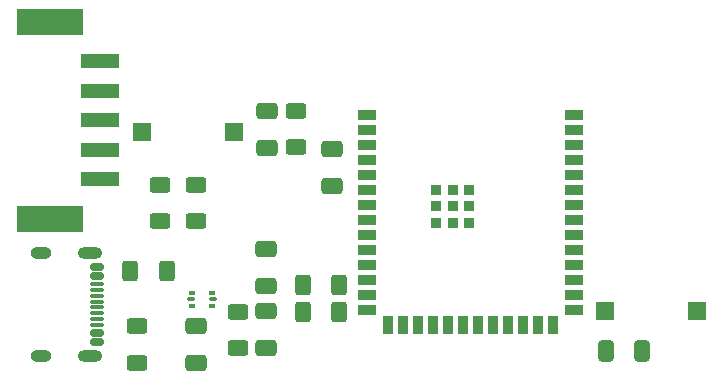
<source format=gbr>
%TF.GenerationSoftware,KiCad,Pcbnew,8.0.8*%
%TF.CreationDate,2025-05-21T09:44:21+02:00*%
%TF.ProjectId,Buttons_Displays_ESP32,42757474-6f6e-4735-9f44-6973706c6179,rev?*%
%TF.SameCoordinates,Original*%
%TF.FileFunction,Paste,Top*%
%TF.FilePolarity,Positive*%
%FSLAX46Y46*%
G04 Gerber Fmt 4.6, Leading zero omitted, Abs format (unit mm)*
G04 Created by KiCad (PCBNEW 8.0.8) date 2025-05-21 09:44:21*
%MOMM*%
%LPD*%
G01*
G04 APERTURE LIST*
G04 Aperture macros list*
%AMRoundRect*
0 Rectangle with rounded corners*
0 $1 Rounding radius*
0 $2 $3 $4 $5 $6 $7 $8 $9 X,Y pos of 4 corners*
0 Add a 4 corners polygon primitive as box body*
4,1,4,$2,$3,$4,$5,$6,$7,$8,$9,$2,$3,0*
0 Add four circle primitives for the rounded corners*
1,1,$1+$1,$2,$3*
1,1,$1+$1,$4,$5*
1,1,$1+$1,$6,$7*
1,1,$1+$1,$8,$9*
0 Add four rect primitives between the rounded corners*
20,1,$1+$1,$2,$3,$4,$5,0*
20,1,$1+$1,$4,$5,$6,$7,0*
20,1,$1+$1,$6,$7,$8,$9,0*
20,1,$1+$1,$8,$9,$2,$3,0*%
G04 Aperture macros list end*
%ADD10RoundRect,0.250000X-0.412500X-0.650000X0.412500X-0.650000X0.412500X0.650000X-0.412500X0.650000X0*%
%ADD11RoundRect,0.250000X-0.625000X0.400000X-0.625000X-0.400000X0.625000X-0.400000X0.625000X0.400000X0*%
%ADD12R,1.500000X1.500000*%
%ADD13R,3.200000X1.200000*%
%ADD14R,5.600000X2.200000*%
%ADD15RoundRect,0.093750X-0.156250X-0.093750X0.156250X-0.093750X0.156250X0.093750X-0.156250X0.093750X0*%
%ADD16RoundRect,0.075000X-0.250000X-0.075000X0.250000X-0.075000X0.250000X0.075000X-0.250000X0.075000X0*%
%ADD17RoundRect,0.250000X0.400000X0.625000X-0.400000X0.625000X-0.400000X-0.625000X0.400000X-0.625000X0*%
%ADD18RoundRect,0.250000X0.625000X-0.400000X0.625000X0.400000X-0.625000X0.400000X-0.625000X-0.400000X0*%
%ADD19RoundRect,0.250000X-0.650000X0.412500X-0.650000X-0.412500X0.650000X-0.412500X0.650000X0.412500X0*%
%ADD20RoundRect,0.250000X0.650000X-0.412500X0.650000X0.412500X-0.650000X0.412500X-0.650000X-0.412500X0*%
%ADD21R,0.900000X0.900000*%
%ADD22R,1.500000X0.900000*%
%ADD23R,0.900000X1.500000*%
%ADD24RoundRect,0.150000X-0.425000X0.150000X-0.425000X-0.150000X0.425000X-0.150000X0.425000X0.150000X0*%
%ADD25RoundRect,0.075000X-0.500000X0.075000X-0.500000X-0.075000X0.500000X-0.075000X0.500000X0.075000X0*%
%ADD26O,2.100000X1.000000*%
%ADD27O,1.800000X1.000000*%
G04 APERTURE END LIST*
D10*
%TO.C,C2*%
X147937500Y-86250000D03*
X151062500Y-86250000D03*
%TD*%
D11*
%TO.C,R1*%
X113250000Y-72200000D03*
X113250000Y-75300000D03*
%TD*%
D12*
%TO.C,SW1*%
X147900000Y-82900000D03*
X155700000Y-82900000D03*
%TD*%
D13*
%TO.C,J5*%
X105175000Y-61750000D03*
X105175000Y-64250000D03*
X105175000Y-66750000D03*
X105175000Y-69250000D03*
X105175000Y-71750000D03*
D14*
X100925000Y-58400000D03*
X100925000Y-75100000D03*
%TD*%
D15*
%TO.C,U2*%
X112950000Y-81362500D03*
D16*
X112875000Y-81900000D03*
D15*
X112950000Y-82437500D03*
X114650000Y-82437500D03*
D16*
X114725000Y-81900000D03*
D15*
X114650000Y-81362500D03*
%TD*%
D17*
%TO.C,R4*%
X125400000Y-83000000D03*
X122300000Y-83000000D03*
%TD*%
D12*
%TO.C,SW2*%
X116500000Y-67750000D03*
X108700000Y-67750000D03*
%TD*%
D18*
%TO.C,R7*%
X108300000Y-87300000D03*
X108300000Y-84200000D03*
%TD*%
D19*
%TO.C,C5*%
X119200000Y-77637500D03*
X119200000Y-80762500D03*
%TD*%
D17*
%TO.C,R8*%
X110800000Y-79500000D03*
X107700000Y-79500000D03*
%TD*%
D20*
%TO.C,C1*%
X124750000Y-72312500D03*
X124750000Y-69187500D03*
%TD*%
D17*
%TO.C,R3*%
X125400000Y-80700000D03*
X122300000Y-80700000D03*
%TD*%
D19*
%TO.C,C6*%
X113250000Y-84187500D03*
X113250000Y-87312500D03*
%TD*%
D11*
%TO.C,R5*%
X121750000Y-65950000D03*
X121750000Y-69050000D03*
%TD*%
D18*
%TO.C,R6*%
X116800000Y-86050000D03*
X116800000Y-82950000D03*
%TD*%
D20*
%TO.C,C3*%
X119250000Y-69062500D03*
X119250000Y-65937500D03*
%TD*%
D21*
%TO.C,U1*%
X133600000Y-72620000D03*
X133600000Y-74020000D03*
X133600000Y-75420000D03*
X135000000Y-72620000D03*
X135000000Y-74020000D03*
X135000000Y-75420000D03*
X136400000Y-72620000D03*
X136400000Y-74020000D03*
X136400000Y-75420000D03*
D22*
X127750000Y-66300000D03*
X127750000Y-67570000D03*
X127750000Y-68840000D03*
X127750000Y-70110000D03*
X127750000Y-71380000D03*
X127750000Y-72650000D03*
X127750000Y-73920000D03*
X127750000Y-75190000D03*
X127750000Y-76460000D03*
X127750000Y-77730000D03*
X127750000Y-79000000D03*
X127750000Y-80270000D03*
X127750000Y-81540000D03*
X127750000Y-82810000D03*
D23*
X129515000Y-84060000D03*
X130785000Y-84060000D03*
X132055000Y-84060000D03*
X133325000Y-84060000D03*
X134595000Y-84060000D03*
X135865000Y-84060000D03*
X137135000Y-84060000D03*
X138405000Y-84060000D03*
X139675000Y-84060000D03*
X140945000Y-84060000D03*
X142215000Y-84060000D03*
X143485000Y-84060000D03*
D22*
X145250000Y-82810000D03*
X145250000Y-81540000D03*
X145250000Y-80270000D03*
X145250000Y-79000000D03*
X145250000Y-77730000D03*
X145250000Y-76460000D03*
X145250000Y-75190000D03*
X145250000Y-73920000D03*
X145250000Y-72650000D03*
X145250000Y-71380000D03*
X145250000Y-70110000D03*
X145250000Y-68840000D03*
X145250000Y-67570000D03*
X145250000Y-66300000D03*
%TD*%
D18*
%TO.C,R2*%
X110250000Y-75300000D03*
X110250000Y-72200000D03*
%TD*%
D24*
%TO.C,J6*%
X104890000Y-79150000D03*
X104890000Y-79950000D03*
D25*
X104890000Y-81100000D03*
X104890000Y-82100000D03*
X104890000Y-82600000D03*
X104890000Y-83600000D03*
D24*
X104890000Y-84750000D03*
X104890000Y-85550000D03*
X104890000Y-85550000D03*
X104890000Y-84750000D03*
D25*
X104890000Y-84100000D03*
X104890000Y-83100000D03*
X104890000Y-81600000D03*
X104890000Y-80600000D03*
D24*
X104890000Y-79950000D03*
X104890000Y-79150000D03*
D26*
X104315000Y-78030000D03*
D27*
X100135000Y-78030000D03*
D26*
X104315000Y-86670000D03*
D27*
X100135000Y-86670000D03*
%TD*%
D20*
%TO.C,C4*%
X119200000Y-86062500D03*
X119200000Y-82937500D03*
%TD*%
M02*

</source>
